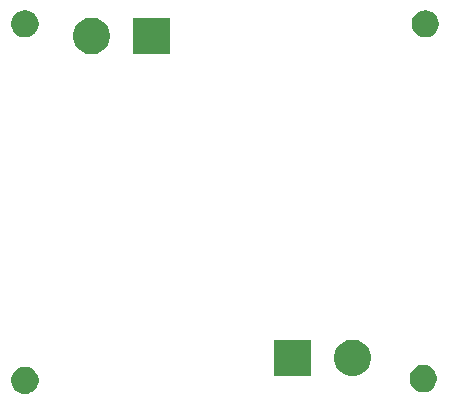
<source format=gbr>
G04 #@! TF.GenerationSoftware,KiCad,Pcbnew,(5.1.5)-3*
G04 #@! TF.CreationDate,2020-11-29T18:23:40-05:00*
G04 #@! TF.ProjectId,Buck_Controle,4275636b-5f43-46f6-9e74-726f6c652e6b,rev?*
G04 #@! TF.SameCoordinates,Original*
G04 #@! TF.FileFunction,Soldermask,Bot*
G04 #@! TF.FilePolarity,Negative*
%FSLAX46Y46*%
G04 Gerber Fmt 4.6, Leading zero omitted, Abs format (unit mm)*
G04 Created by KiCad (PCBNEW (5.1.5)-3) date 2020-11-29 18:23:40*
%MOMM*%
%LPD*%
G04 APERTURE LIST*
%ADD10C,0.100000*%
G04 APERTURE END LIST*
D10*
G36*
X199995549Y-99014116D02*
G01*
X200106734Y-99036232D01*
X200316203Y-99122997D01*
X200504720Y-99248960D01*
X200665040Y-99409280D01*
X200791003Y-99597797D01*
X200877768Y-99807266D01*
X200922000Y-100029636D01*
X200922000Y-100256364D01*
X200877768Y-100478734D01*
X200791003Y-100688203D01*
X200665040Y-100876720D01*
X200504720Y-101037040D01*
X200316203Y-101163003D01*
X200106734Y-101249768D01*
X199995549Y-101271884D01*
X199884365Y-101294000D01*
X199657635Y-101294000D01*
X199546451Y-101271884D01*
X199435266Y-101249768D01*
X199225797Y-101163003D01*
X199037280Y-101037040D01*
X198876960Y-100876720D01*
X198750997Y-100688203D01*
X198664232Y-100478734D01*
X198620000Y-100256364D01*
X198620000Y-100029636D01*
X198664232Y-99807266D01*
X198750997Y-99597797D01*
X198876960Y-99409280D01*
X199037280Y-99248960D01*
X199225797Y-99122997D01*
X199435266Y-99036232D01*
X199546451Y-99014116D01*
X199657635Y-98992000D01*
X199884365Y-98992000D01*
X199995549Y-99014116D01*
G37*
G36*
X233724549Y-98871116D02*
G01*
X233835734Y-98893232D01*
X234045203Y-98979997D01*
X234233720Y-99105960D01*
X234394040Y-99266280D01*
X234520003Y-99454797D01*
X234606768Y-99664266D01*
X234651000Y-99886636D01*
X234651000Y-100113364D01*
X234606768Y-100335734D01*
X234520003Y-100545203D01*
X234394040Y-100733720D01*
X234233720Y-100894040D01*
X234045203Y-101020003D01*
X233835734Y-101106768D01*
X233724549Y-101128884D01*
X233613365Y-101151000D01*
X233386635Y-101151000D01*
X233275451Y-101128884D01*
X233164266Y-101106768D01*
X232954797Y-101020003D01*
X232766280Y-100894040D01*
X232605960Y-100733720D01*
X232479997Y-100545203D01*
X232393232Y-100335734D01*
X232349000Y-100113364D01*
X232349000Y-99886636D01*
X232393232Y-99664266D01*
X232479997Y-99454797D01*
X232605960Y-99266280D01*
X232766280Y-99105960D01*
X232954797Y-98979997D01*
X233164266Y-98893232D01*
X233275451Y-98871116D01*
X233386635Y-98849000D01*
X233613365Y-98849000D01*
X233724549Y-98871116D01*
G37*
G36*
X227802585Y-96728802D02*
G01*
X227952410Y-96758604D01*
X228234674Y-96875521D01*
X228488705Y-97045259D01*
X228704741Y-97261295D01*
X228874479Y-97515326D01*
X228991396Y-97797590D01*
X229051000Y-98097240D01*
X229051000Y-98402760D01*
X228991396Y-98702410D01*
X228874479Y-98984674D01*
X228704741Y-99238705D01*
X228488705Y-99454741D01*
X228234674Y-99624479D01*
X227952410Y-99741396D01*
X227802585Y-99771198D01*
X227652761Y-99801000D01*
X227347239Y-99801000D01*
X227197415Y-99771198D01*
X227047590Y-99741396D01*
X226765326Y-99624479D01*
X226511295Y-99454741D01*
X226295259Y-99238705D01*
X226125521Y-98984674D01*
X226008604Y-98702410D01*
X225949000Y-98402760D01*
X225949000Y-98097240D01*
X226008604Y-97797590D01*
X226125521Y-97515326D01*
X226295259Y-97261295D01*
X226511295Y-97045259D01*
X226765326Y-96875521D01*
X227047590Y-96758604D01*
X227197415Y-96728802D01*
X227347239Y-96699000D01*
X227652761Y-96699000D01*
X227802585Y-96728802D01*
G37*
G36*
X223971000Y-99801000D02*
G01*
X220869000Y-99801000D01*
X220869000Y-96699000D01*
X223971000Y-96699000D01*
X223971000Y-99801000D01*
G37*
G36*
X212051000Y-72551000D02*
G01*
X208949000Y-72551000D01*
X208949000Y-69449000D01*
X212051000Y-69449000D01*
X212051000Y-72551000D01*
G37*
G36*
X205722585Y-69478802D02*
G01*
X205872410Y-69508604D01*
X206154674Y-69625521D01*
X206408705Y-69795259D01*
X206624741Y-70011295D01*
X206794479Y-70265326D01*
X206911396Y-70547590D01*
X206971000Y-70847240D01*
X206971000Y-71152760D01*
X206911396Y-71452410D01*
X206794479Y-71734674D01*
X206624741Y-71988705D01*
X206408705Y-72204741D01*
X206154674Y-72374479D01*
X205872410Y-72491396D01*
X205722585Y-72521198D01*
X205572761Y-72551000D01*
X205267239Y-72551000D01*
X205117415Y-72521198D01*
X204967590Y-72491396D01*
X204685326Y-72374479D01*
X204431295Y-72204741D01*
X204215259Y-71988705D01*
X204045521Y-71734674D01*
X203928604Y-71452410D01*
X203869000Y-71152760D01*
X203869000Y-70847240D01*
X203928604Y-70547590D01*
X204045521Y-70265326D01*
X204215259Y-70011295D01*
X204431295Y-69795259D01*
X204685326Y-69625521D01*
X204967590Y-69508604D01*
X205117415Y-69478802D01*
X205267239Y-69449000D01*
X205572761Y-69449000D01*
X205722585Y-69478802D01*
G37*
G36*
X233904549Y-68848116D02*
G01*
X234015734Y-68870232D01*
X234225203Y-68956997D01*
X234413720Y-69082960D01*
X234574040Y-69243280D01*
X234700003Y-69431797D01*
X234786768Y-69641266D01*
X234831000Y-69863636D01*
X234831000Y-70090364D01*
X234786768Y-70312734D01*
X234700003Y-70522203D01*
X234574040Y-70710720D01*
X234413720Y-70871040D01*
X234225203Y-70997003D01*
X234015734Y-71083768D01*
X233904549Y-71105884D01*
X233793365Y-71128000D01*
X233566635Y-71128000D01*
X233455451Y-71105884D01*
X233344266Y-71083768D01*
X233134797Y-70997003D01*
X232946280Y-70871040D01*
X232785960Y-70710720D01*
X232659997Y-70522203D01*
X232573232Y-70312734D01*
X232529000Y-70090364D01*
X232529000Y-69863636D01*
X232573232Y-69641266D01*
X232659997Y-69431797D01*
X232785960Y-69243280D01*
X232946280Y-69082960D01*
X233134797Y-68956997D01*
X233344266Y-68870232D01*
X233455451Y-68848116D01*
X233566635Y-68826000D01*
X233793365Y-68826000D01*
X233904549Y-68848116D01*
G37*
G36*
X199995549Y-68848116D02*
G01*
X200106734Y-68870232D01*
X200316203Y-68956997D01*
X200504720Y-69082960D01*
X200665040Y-69243280D01*
X200791003Y-69431797D01*
X200877768Y-69641266D01*
X200922000Y-69863636D01*
X200922000Y-70090364D01*
X200877768Y-70312734D01*
X200791003Y-70522203D01*
X200665040Y-70710720D01*
X200504720Y-70871040D01*
X200316203Y-70997003D01*
X200106734Y-71083768D01*
X199995549Y-71105884D01*
X199884365Y-71128000D01*
X199657635Y-71128000D01*
X199546451Y-71105884D01*
X199435266Y-71083768D01*
X199225797Y-70997003D01*
X199037280Y-70871040D01*
X198876960Y-70710720D01*
X198750997Y-70522203D01*
X198664232Y-70312734D01*
X198620000Y-70090364D01*
X198620000Y-69863636D01*
X198664232Y-69641266D01*
X198750997Y-69431797D01*
X198876960Y-69243280D01*
X199037280Y-69082960D01*
X199225797Y-68956997D01*
X199435266Y-68870232D01*
X199546451Y-68848116D01*
X199657635Y-68826000D01*
X199884365Y-68826000D01*
X199995549Y-68848116D01*
G37*
M02*

</source>
